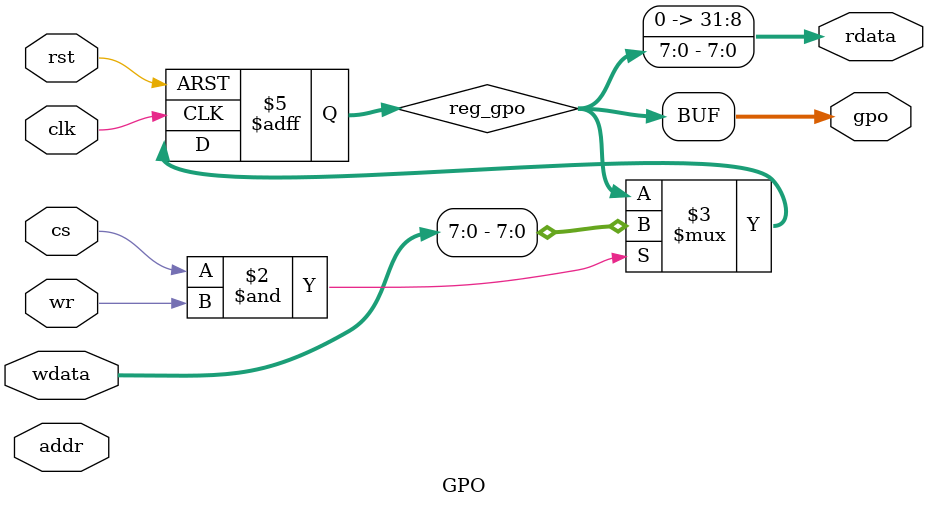
<source format=v>
`timescale 1ns / 1ps

module GPO (
    input clk,
    input rst,
    input cs,
    input wr,
    input addr,
    input [31:0] wdata,
    output [31:0] rdata,
    output [7:0] gpo
);

    reg [7:0] reg_gpo;
    assign gpo = reg_gpo;

    always @(posedge clk, posedge rst) begin
        if (rst) begin
            reg_gpo <= 0;
        end else begin
            if (cs & wr) reg_gpo <= wdata;
        end
    end

    assign rdata = {24'b0, reg_gpo};

endmodule

</source>
